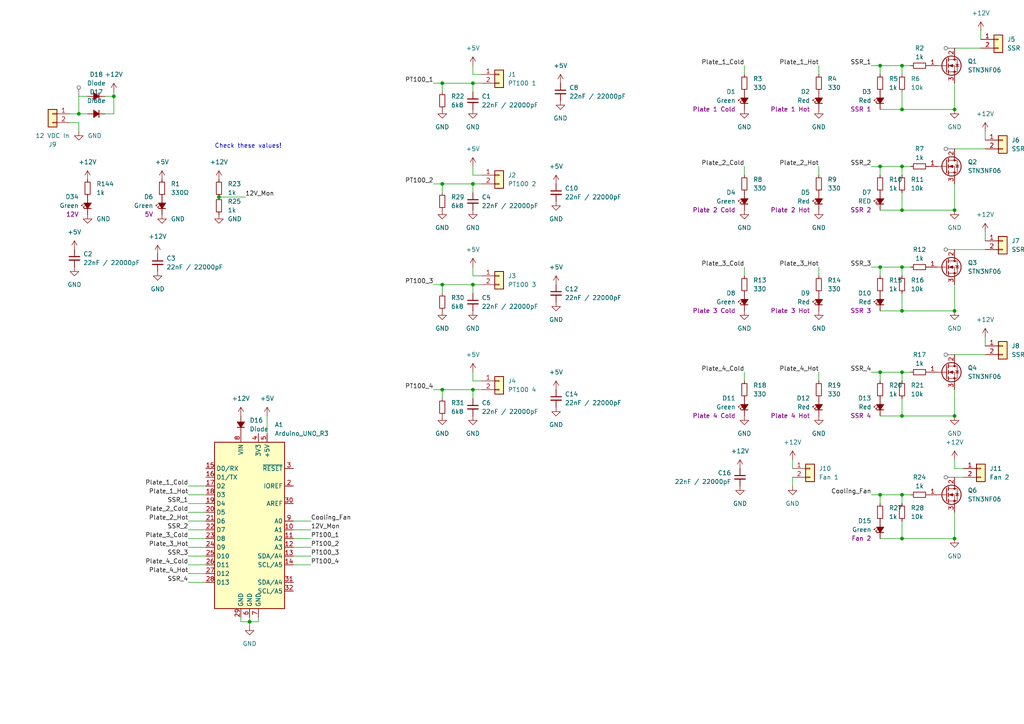
<source format=kicad_sch>
(kicad_sch (version 20230121) (generator eeschema)
  (paper "A4")
  (title_block (title "${Project Title}") (date "2022-11-17") (rev "${Revision}") (company "${Company Name}") (comment 1 "${Designed By}"))
  (junction (at 33.02 27.94))
  (junction (at 261.62 107.95))
  (junction (at 63.5 57.15))
  (junction (at 255.27 143.51))
  (junction (at 276.86 60.96))
  (junction (at 276.86 90.17))
  (junction (at 276.86 31.75))
  (junction (at 261.62 90.17))
  (junction (at 137.16 82.55))
  (junction (at 276.86 156.21))
  (junction (at 261.62 77.47))
  (junction (at 255.27 48.26))
  (junction (at 255.27 19.05))
  (junction (at 128.27 113.03))
  (junction (at 72.39 180.34))
  (junction (at 261.62 120.65))
  (junction (at 255.27 107.95))
  (junction (at 276.86 120.65))
  (junction (at 261.62 19.05))
  (junction (at 137.16 24.13))
  (junction (at 128.27 82.55))
  (junction (at 261.62 48.26))
  (junction (at 261.62 60.96))
  (junction (at 22.86 33.02))
  (junction (at 137.16 113.03))
  (junction (at 255.27 77.47))
  (junction (at 137.16 53.34))
  (junction (at 261.62 143.51))
  (junction (at 261.62 156.21))
  (junction (at 261.62 31.75))
  (junction (at 128.27 53.34))
  (junction (at 128.27 24.13))
  (wire (pts (xy 125.73 82.55) (xy 128.27 82.55)))
  (wire (pts (xy 54.61 166.37) (xy 59.69 166.37)))
  (wire (pts (xy 72.39 179.07) (xy 72.39 180.34)))
  (wire (pts (xy 261.62 90.17) (xy 255.27 90.17)))
  (wire (pts (xy 284.48 8.89) (xy 284.48 11.43)))
  (wire (pts (xy 69.85 179.07) (xy 69.85 180.34)))
  (wire (pts (xy 255.27 143.51) (xy 261.62 143.51)))
  (wire (pts (xy 255.27 19.05) (xy 261.62 19.05)))
  (wire (pts (xy 54.61 140.97) (xy 59.69 140.97)))
  (wire (pts (xy 128.27 85.09) (xy 128.27 82.55)))
  (wire (pts (xy 33.02 33.02) (xy 30.48 33.02)))
  (wire (pts (xy 85.09 163.83) (xy 90.17 163.83)))
  (wire (pts (xy 54.61 156.21) (xy 59.69 156.21)))
  (wire (pts (xy 139.7 113.03) (xy 137.16 113.03)))
  (wire (pts (xy 237.49 48.26) (xy 237.49 50.8)))
  (wire (pts (xy 137.16 82.55) (xy 137.16 85.09)))
  (wire (pts (xy 261.62 60.96) (xy 255.27 60.96)))
  (wire (pts (xy 261.62 143.51) (xy 261.62 146.05)))
  (wire (pts (xy 252.73 19.05) (xy 255.27 19.05)))
  (wire (pts (xy 276.86 148.59) (xy 276.86 156.21)))
  (wire (pts (xy 128.27 24.13) (xy 137.16 24.13)))
  (wire (pts (xy 137.16 110.49) (xy 139.7 110.49)))
  (wire (pts (xy 128.27 115.57) (xy 128.27 113.03)))
  (wire (pts (xy 261.62 48.26) (xy 261.62 50.8)))
  (wire (pts (xy 33.02 27.94) (xy 33.02 33.02)))
  (wire (pts (xy 285.75 97.79) (xy 285.75 100.33)))
  (wire (pts (xy 276.86 82.55) (xy 276.86 90.17)))
  (wire (pts (xy 255.27 48.26) (xy 261.62 48.26)))
  (wire (pts (xy 128.27 53.34) (xy 137.16 53.34)))
  (wire (pts (xy 215.9 48.26) (xy 215.9 50.8)))
  (wire (pts (xy 54.61 163.83) (xy 59.69 163.83)))
  (wire (pts (xy 261.62 77.47) (xy 264.16 77.47)))
  (wire (pts (xy 63.5 57.15) (xy 71.12 57.15)))
  (wire (pts (xy 54.61 158.75) (xy 59.69 158.75)))
  (wire (pts (xy 237.49 19.05) (xy 237.49 21.59)))
  (wire (pts (xy 261.62 107.95) (xy 264.16 107.95)))
  (wire (pts (xy 54.61 151.13) (xy 59.69 151.13)))
  (wire (pts (xy 85.09 151.13) (xy 90.17 151.13)))
  (wire (pts (xy 72.39 180.34) (xy 72.39 181.61)))
  (wire (pts (xy 261.62 107.95) (xy 261.62 110.49)))
  (wire (pts (xy 90.17 153.67) (xy 85.09 153.67)))
  (wire (pts (xy 261.62 19.05) (xy 264.16 19.05)))
  (wire (pts (xy 54.61 153.67) (xy 59.69 153.67)))
  (wire (pts (xy 276.86 102.87) (xy 285.75 102.87)))
  (wire (pts (xy 261.62 85.09) (xy 261.62 90.17)))
  (wire (pts (xy 54.61 146.05) (xy 59.69 146.05)))
  (wire (pts (xy 137.16 107.95) (xy 137.16 110.49)))
  (wire (pts (xy 30.48 27.94) (xy 33.02 27.94)))
  (wire (pts (xy 137.16 53.34) (xy 137.16 55.88)))
  (wire (pts (xy 279.4 135.89) (xy 276.86 135.89)))
  (wire (pts (xy 276.86 60.96) (xy 261.62 60.96)))
  (wire (pts (xy 128.27 82.55) (xy 137.16 82.55)))
  (wire (pts (xy 215.9 77.47) (xy 215.9 80.01)))
  (wire (pts (xy 261.62 156.21) (xy 255.27 156.21)))
  (wire (pts (xy 77.47 120.65) (xy 77.47 125.73)))
  (wire (pts (xy 252.73 143.51) (xy 255.27 143.51)))
  (wire (pts (xy 255.27 48.26) (xy 255.27 50.8)))
  (wire (pts (xy 276.86 156.21) (xy 261.62 156.21)))
  (wire (pts (xy 261.62 151.13) (xy 261.62 156.21)))
  (wire (pts (xy 261.62 120.65) (xy 255.27 120.65)))
  (wire (pts (xy 261.62 77.47) (xy 261.62 80.01)))
  (wire (pts (xy 215.9 19.05) (xy 215.9 21.59)))
  (wire (pts (xy 276.86 113.03) (xy 276.86 120.65)))
  (wire (pts (xy 137.16 48.26) (xy 137.16 50.8)))
  (wire (pts (xy 125.73 53.34) (xy 128.27 53.34)))
  (wire (pts (xy 125.73 24.13) (xy 128.27 24.13)))
  (wire (pts (xy 128.27 26.67) (xy 128.27 24.13)))
  (wire (pts (xy 128.27 55.88) (xy 128.27 53.34)))
  (wire (pts (xy 74.93 180.34) (xy 72.39 180.34)))
  (wire (pts (xy 252.73 48.26) (xy 255.27 48.26)))
  (wire (pts (xy 22.86 35.56) (xy 22.86 38.1)))
  (wire (pts (xy 276.86 120.65) (xy 261.62 120.65)))
  (wire (pts (xy 137.16 19.05) (xy 137.16 21.59)))
  (wire (pts (xy 54.61 148.59) (xy 59.69 148.59)))
  (wire (pts (xy 261.62 143.51) (xy 264.16 143.51)))
  (wire (pts (xy 255.27 107.95) (xy 261.62 107.95)))
  (wire (pts (xy 22.86 27.94) (xy 22.86 33.02)))
  (wire (pts (xy 261.62 26.67) (xy 261.62 31.75)))
  (wire (pts (xy 137.16 80.01) (xy 139.7 80.01)))
  (wire (pts (xy 54.61 161.29) (xy 59.69 161.29)))
  (wire (pts (xy 285.75 67.31) (xy 285.75 69.85)))
  (wire (pts (xy 261.62 19.05) (xy 261.62 21.59)))
  (wire (pts (xy 276.86 43.18) (xy 285.75 43.18)))
  (wire (pts (xy 215.9 107.95) (xy 215.9 110.49)))
  (wire (pts (xy 69.85 180.34) (xy 72.39 180.34)))
  (wire (pts (xy 137.16 24.13) (xy 137.16 26.67)))
  (wire (pts (xy 54.61 143.51) (xy 59.69 143.51)))
  (wire (pts (xy 255.27 19.05) (xy 255.27 21.59)))
  (wire (pts (xy 139.7 53.34) (xy 137.16 53.34)))
  (wire (pts (xy 276.86 13.97) (xy 284.48 13.97)))
  (wire (pts (xy 276.86 90.17) (xy 261.62 90.17)))
  (wire (pts (xy 22.86 33.02) (xy 25.4 33.02)))
  (wire (pts (xy 20.32 33.02) (xy 22.86 33.02)))
  (wire (pts (xy 74.93 179.07) (xy 74.93 180.34)))
  (wire (pts (xy 54.61 168.91) (xy 59.69 168.91)))
  (wire (pts (xy 20.32 35.56) (xy 22.86 35.56)))
  (wire (pts (xy 261.62 55.88) (xy 261.62 60.96)))
  (wire (pts (xy 261.62 115.57) (xy 261.62 120.65)))
  (wire (pts (xy 276.86 24.13) (xy 276.86 31.75)))
  (wire (pts (xy 33.02 26.67) (xy 33.02 27.94)))
  (wire (pts (xy 137.16 50.8) (xy 139.7 50.8)))
  (wire (pts (xy 276.86 72.39) (xy 285.75 72.39)))
  (wire (pts (xy 285.75 38.1) (xy 285.75 40.64)))
  (wire (pts (xy 252.73 107.95) (xy 255.27 107.95)))
  (wire (pts (xy 237.49 77.47) (xy 237.49 80.01)))
  (wire (pts (xy 276.86 53.34) (xy 276.86 60.96)))
  (wire (pts (xy 125.73 113.03) (xy 128.27 113.03)))
  (wire (pts (xy 85.09 161.29) (xy 90.17 161.29)))
  (wire (pts (xy 85.09 158.75) (xy 90.17 158.75)))
  (wire (pts (xy 279.4 138.43) (xy 276.86 138.43)))
  (wire (pts (xy 237.49 107.95) (xy 237.49 110.49)))
  (wire (pts (xy 22.86 27.94) (xy 25.4 27.94)))
  (wire (pts (xy 255.27 77.47) (xy 255.27 80.01)))
  (wire (pts (xy 252.73 77.47) (xy 255.27 77.47)))
  (wire (pts (xy 137.16 113.03) (xy 137.16 115.57)))
  (wire (pts (xy 128.27 113.03) (xy 137.16 113.03)))
  (wire (pts (xy 85.09 156.21) (xy 90.17 156.21)))
  (wire (pts (xy 261.62 48.26) (xy 264.16 48.26)))
  (wire (pts (xy 229.87 133.35) (xy 229.87 135.89)))
  (wire (pts (xy 137.16 77.47) (xy 137.16 80.01)))
  (wire (pts (xy 137.16 21.59) (xy 139.7 21.59)))
  (wire (pts (xy 276.86 135.89) (xy 276.86 133.35)))
  (wire (pts (xy 255.27 77.47) (xy 261.62 77.47)))
  (wire (pts (xy 276.86 31.75) (xy 261.62 31.75)))
  (wire (pts (xy 255.27 143.51) (xy 255.27 146.05)))
  (wire (pts (xy 229.87 138.43) (xy 229.87 140.97)))
  (wire (pts (xy 255.27 107.95) (xy 255.27 110.49)))
  (wire (pts (xy 261.62 31.75) (xy 255.27 31.75)))
  (wire (pts (xy 139.7 82.55) (xy 137.16 82.55)))
  (wire (pts (xy 139.7 24.13) (xy 137.16 24.13)))
  (text "Check these values!\n" (at 62.23 43.18 0) (effects (font (size 1.27 1.27)) (justify left bottom)))
  (label "PT100_2" (at 125.73 53.34 180))
  (label "PT100_1" (at 125.73 24.13 180))
  (label "PT100_3" (at 125.73 82.55 180))
  (label "Plate_3_Hot" (at 54.61 158.75 180))
  (label "12V_Mon" (at 90.17 153.67 0))
  (label "SSR_4" (at 252.73 107.95 180))
  (label "Cooling_Fan" (at 252.73 143.51 180))
  (label "Plate_1_Hot" (at 237.49 19.05 180))
  (label "Plate_1_Cold" (at 215.9 19.05 180))
  (label "SSR_2" (at 54.61 153.67 180))
  (label "Plate_3_Hot" (at 237.49 77.47 180))
  (label "Plate_4_Hot" (at 54.61 166.37 180))
  (label "Plate_3_Cold" (at 215.9 77.47 180))
  (label "PT100_3" (at 90.17 161.29 0))
  (label "Plate_1_Cold" (at 54.61 140.97 180))
  (label "Plate_4_Cold" (at 215.9 107.95 180))
  (label "SSR_3" (at 252.73 77.47 180))
  (label "SSR_1" (at 54.61 146.05 180))
  (label "Plate_4_Hot" (at 237.49 107.95 180))
  (label "PT100_1" (at 90.17 156.21 0))
  (label "Plate_2_Hot" (at 237.49 48.26 180))
  (label "PT100_2" (at 90.17 158.75 0))
  (label "12V_Mon" (at 71.12 57.15 0))
  (label "Plate_2_Cold" (at 54.61 148.59 180))
  (label "Plate_4_Cold" (at 54.61 163.83 180))
  (label "SSR_2" (at 252.73 48.26 180))
  (label "Cooling_Fan" (at 90.17 151.13 0))
  (label "SSR_3" (at 54.61 161.29 180))
  (label "Plate_3_Cold" (at 54.61 156.21 180))
  (label "PT100_4" (at 125.73 113.03 180))
  (label "Plate_2_Hot" (at 54.61 151.13 180))
  (label "Plate_1_Hot" (at 54.61 143.51 180))
  (label "SSR_1" (at 252.73 19.05 180))
  (label "Plate_2_Cold" (at 215.9 48.26 180))
  (label "SSR_4" (at 54.61 168.91 180))
  (label "PT100_4" (at 90.17 163.83 0))
  (netclass_flag "" (length 2.54) (shape round) (at 276.86 43.18 90) (property "Netclass" "Power Rails" (effects hide)))
  (netclass_flag "" (length 2.54) (shape round) (at 276.86 102.87 90) (property "Netclass" "Power Rails" (effects hide)))
  (netclass_flag "" (length 2.54) (shape round) (at 276.86 72.39 90) (property "Netclass" "Power Rails" (effects hide)))
  (netclass_flag "" (length 2.54) (shape round) (at 276.86 13.97 90) (property "Netclass" "Power Rails" (effects hide)))
  (netclass_flag "" (length 2.54) (shape round) (at 276.86 138.43 90) (property "Netclass" "Power Rails" (effects hide)))
  (netclass_flag "" (length 2.54) (shape round) (at 22.86 27.94 0) (property "Netclass" "Power Rails" (effects hide)))
  (symbol (lib_id "Passive Components:Resistor") (at 266.7 77.47 90) (unit 1)
    (property "Reference" "R12" (at 266.7 72.39 90))
    (property "Value" "1k" (at 266.7 74.93 90))
    (property "Footprint" "Resistor_SMD:R_0805_2012Metric_Pad1.20x1.40mm_HandSolder" (effects hide))
  )
  (symbol (lib_id "Passive Components:Capacitor") (at 161.29 55.88 0) (unit 1)
    (property "Reference" "C10" (at 163.83 54.6163 0) (effects (justify left)))
    (property "Value" "22nF / 22000pF" (at 163.83 57.1563 0) (effects (justify left)))
    (property "Footprint" "Capacitor_SMD:C_0805_2012Metric_Pad1.18x1.45mm_HandSolder" (effects hide))
    (property "Farnell Partnumber" "2812402" (effects hide))
    (property "Farnell Stock and Price" "https://uk.farnell.com/wurth-elektronik/885012207041/cap-0-022-f-16v-10-x7r-0805/dp/2812402" (effects hide))
    (property "Manufacturer" "Wurth" (effects hide))
    (property "Manufacturer Part Number" "885012207041" (effects hide))
  )
  (symbol (lib_id "power:GND") (at 162.56 29.21 0) (unit 1)
    (property "Reference" "#PWR056" (effects hide))
    (property "Value" "GND" (at 162.56 34.29 0))
  )
  (symbol (lib_id "Passive Components:Resistor") (at 128.27 118.11 0) (unit 1)
    (property "Reference" "R31" (at 130.81 116.84 0) (effects (justify left)))
    (property "Value" "6k8" (at 130.81 119.38 0) (effects (justify left)))
    (property "Footprint" "Resistor_SMD:R_0805_2012Metric_Pad1.20x1.40mm_HandSolder" (effects hide))
  )
  (symbol (lib_id "power:+5V") (at 46.99 52.07 0) (unit 1)
    (property "Reference" "#PWR016" (effects hide))
    (property "Value" "+5V" (at 46.99 46.99 0))
  )
  (symbol (lib_id "Connector_Generic:Conn_01x02") (at 290.83 40.64 0) (unit 1)
    (property "Reference" "J6" (at 293.37 40.64 0) (effects (justify left)))
    (property "Value" "SSR 2" (at 293.37 43.18 0) (effects (justify left)))
    (property "Footprint" "TerminalBlock_TE-Connectivity:TerminalBlock_TE_282834-2_1x02_P2.54mm_Horizontal" (effects hide))
  )
  (symbol (lib_id "power:GND") (at 128.27 90.17 0) (unit 1)
    (property "Reference" "#PWR031" (effects hide))
    (property "Value" "GND" (at 128.27 95.25 0))
  )
  (symbol (lib_id "Passive Components:Resistor") (at 255.27 24.13 0) (unit 1)
    (property "Reference" "R5" (at 257.81 22.86 0) (effects (justify left)))
    (property "Value" "1k" (at 257.81 25.4 0) (effects (justify left)))
    (property "Footprint" "Resistor_SMD:R_0805_2012Metric_Pad1.20x1.40mm_HandSolder" (effects hide))
  )
  (symbol (lib_id "Connector_Generic:Conn_01x02") (at 144.78 80.01 0) (unit 1)
    (property "Reference" "J3" (at 147.32 80.01 0) (effects (justify left)))
    (property "Value" "PT100 3" (at 147.32 82.55 0) (effects (justify left)))
    (property "Footprint" "TerminalBlock_TE-Connectivity:TerminalBlock_TE_282834-2_1x02_P2.54mm_Horizontal" (effects hide))
  )
  (symbol (lib_id "Passive Components:Resistor") (at 261.62 53.34 0) (unit 1)
    (property "Reference" "R11" (at 264.16 52.07 0) (effects (justify left)))
    (property "Value" "10k" (at 264.16 54.61 0) (effects (justify left)))
    (property "Footprint" "Resistor_SMD:R_0805_2012Metric_Pad1.20x1.40mm_HandSolder" (effects hide))
  )
  (symbol (lib_id "power:+5V") (at 77.47 120.65 0) (unit 1)
    (property "Reference" "#PWR010" (effects hide))
    (property "Value" "+5V" (at 77.47 115.57 0))
  )
  (symbol (lib_id "power:GND") (at 308.61 83.82 0) (unit 1)
    (property "Reference" "#PWR048" (effects hide))
    (property "Value" "GND" (at 308.61 88.9 0))
  )
  (symbol (lib_id "Passive Components:Resistor") (at 46.99 54.61 0) (unit 1)
    (property "Reference" "R1" (at 49.53 53.34 0) (effects (justify left)))
    (property "Value" "330Ω" (at 49.53 55.88 0) (effects (justify left)))
    (property "Footprint" "Resistor_SMD:R_0805_2012Metric_Pad1.20x1.40mm_HandSolder" (effects hide))
  )
  (symbol (lib_id "Device:LED_Small_Filled") (at 255.27 29.21 90) (unit 1)
    (property "Reference" "D3" (at 252.73 26.6065 90) (effects (justify left)))
    (property "Value" "Red" (at 252.73 29.1465 90) (effects (justify left)))
    (property "Footprint" "LED_SMD:LED_0805_2012Metric_Pad1.15x1.40mm_HandSolder" (effects hide))
    (property "Farnell Partnumber" "3796325" (effects hide))
    (property "Label" "SSR 1" (at 252.73 31.6865 90) (effects (justify left)))
  )
  (symbol (lib_id "Device:LED_Small_Filled") (at 25.4 59.69 90) (unit 1)
    (property "Reference" "D34" (at 22.86 57.0865 90) (effects (justify left)))
    (property "Value" "Green" (at 22.86 59.6265 90) (effects (justify left)))
    (property "Footprint" "LED_SMD:LED_0805_2012Metric_Pad1.15x1.40mm_HandSolder" (effects hide))
    (property "Farnell Partnumber" "3796308" (effects hide))
    (property "Label" "12V" (at 22.86 62.1665 90) (effects (justify left)))
  )
  (symbol (lib_id "Device:LED_Small_Filled") (at 46.99 59.69 90) (unit 1)
    (property "Reference" "D6" (at 44.45 57.0865 90) (effects (justify left)))
    (property "Value" "Green" (at 44.45 59.6265 90) (effects (justify left)))
    (property "Footprint" "LED_SMD:LED_0805_2012Metric_Pad1.15x1.40mm_HandSolder" (effects hide))
    (property "Farnell Partnumber" "3796308" (effects hide))
    (property "Label" "5V" (at 44.45 62.1665 90) (effects (justify left)))
  )
  (symbol (lib_id "Passive Components:Resistor") (at 255.27 82.55 0) (unit 1)
    (property "Reference" "R15" (at 257.81 81.28 0) (effects (justify left)))
    (property "Value" "1k" (at 257.81 83.82 0) (effects (justify left)))
    (property "Footprint" "Resistor_SMD:R_0805_2012Metric_Pad1.20x1.40mm_HandSolder" (effects hide))
  )
  (symbol (lib_id "Transistor_FET:NDT3055L") (at 274.32 77.47 0) (unit 1)
    (property "Reference" "Q3" (at 280.67 76.2 0) (effects (justify left)))
    (property "Value" "STN3NF06" (at 280.67 78.74 0) (effects (justify left)))
    (property "Footprint" "Package_TO_SOT_SMD:SOT-223-3_TabPin2" (effects hide))
    (property "Datasheet" "https://www.onsemi.com/pdf/datasheet/ndt3055l-d.pdf" (effects hide))
    (property "Farnell Partnumber" "1752120" (effects hide))
  )
  (symbol (lib_id "Power Rails:+12V") (at 229.87 133.35 0) (unit 1)
    (property "Reference" "#PWR036" (effects hide))
    (property "Value" "+12V" (at 229.87 128.27 0))
  )
  (symbol (lib_id "power:GND") (at 161.29 87.63 0) (unit 1)
    (property "Reference" "#PWR060" (effects hide))
    (property "Value" "GND" (at 161.29 92.71 0))
  )
  (symbol (lib_id "Passive Components:Capacitor") (at 308.61 24.13 0) (unit 1)
    (property "Reference" "C7" (at 311.15 22.8663 0) (effects (justify left)))
    (property "Value" "22nF / 22000pF" (at 311.15 25.4063 0) (effects (justify left)))
    (property "Footprint" "Capacitor_SMD:C_0805_2012Metric_Pad1.18x1.45mm_HandSolder" (effects hide))
    (property "Farnell Partnumber" "2812402" (effects hide))
    (property "Farnell Stock and Price" "https://uk.farnell.com/wurth-elektronik/885012207041/cap-0-022-f-16v-10-x7r-0805/dp/2812402" (effects hide))
    (property "Manufacturer" "Wurth" (effects hide))
    (property "Manufacturer Part Number" "885012207041" (effects hide))
  )
  (symbol (lib_id "Connector_Generic:Conn_01x02") (at 290.83 69.85 0) (unit 1)
    (property "Reference" "J7" (at 293.37 69.85 0) (effects (justify left)))
    (property "Value" "SSR 3" (at 293.37 72.39 0) (effects (justify left)))
    (property "Footprint" "TerminalBlock_TE-Connectivity:TerminalBlock_TE_282834-2_1x02_P2.54mm_Horizontal" (effects hide))
  )
  (symbol (lib_id "Passive Components:Capacitor") (at 137.16 87.63 0) (unit 1)
    (property "Reference" "C5" (at 139.7 86.3663 0) (effects (justify left)))
    (property "Value" "22nF / 22000pF" (at 139.7 88.9063 0) (effects (justify left)))
    (property "Footprint" "Capacitor_SMD:C_0805_2012Metric_Pad1.18x1.45mm_HandSolder" (effects hide))
    (property "Farnell Partnumber" "2812402" (effects hide))
    (property "Farnell Stock and Price" "https://uk.farnell.com/wurth-elektronik/885012207041/cap-0-022-f-16v-10-x7r-0805/dp/2812402" (effects hide))
    (property "Manufacturer" "Wurth" (effects hide))
    (property "Manufacturer Part Number" "885012207041" (effects hide))
  )
  (symbol (lib_id "Transistor_FET:NDT3055L") (at 274.32 143.51 0) (unit 1)
    (property "Reference" "Q6" (at 280.67 142.24 0) (effects (justify left)))
    (property "Value" "STN3NF06" (at 280.67 144.78 0) (effects (justify left)))
    (property "Footprint" "Package_TO_SOT_SMD:SOT-223-3_TabPin2" (effects hide))
    (property "Datasheet" "https://www.onsemi.com/pdf/datasheet/ndt3055l-d.pdf" (effects hide))
    (property "Farnell Partnumber" "1752120" (effects hide))
  )
  (symbol (lib_id "power:GND") (at 63.5 62.23 0) (unit 1)
    (property "Reference" "#PWR065" (effects hide))
    (property "Value" "GND" (at 66.04 63.5 0) (effects (justify left)))
  )
  (symbol (lib_id "Passive Components:Resistor") (at 63.5 54.61 0) (unit 1)
    (property "Reference" "R23" (at 66.04 53.34 0) (effects (justify left)))
    (property "Value" "1k" (at 66.04 55.88 0) (effects (justify left)))
    (property "Footprint" "Resistor_SMD:R_0805_2012Metric_Pad1.20x1.40mm_HandSolder" (effects hide))
  )
  (symbol (lib_id "Device:LED_Small_Filled") (at 237.49 58.42 90) (unit 1)
    (property "Reference" "D5" (at 234.95 55.8165 90) (effects (justify left)))
    (property "Value" "Red" (at 234.95 58.3565 90) (effects (justify left)))
    (property "Footprint" "LED_SMD:LED_0805_2012Metric_Pad1.15x1.40mm_HandSolder" (effects hide))
    (property "Farnell Partnumber" "3796308" (effects hide))
    (property "Label" "Plate 2 Hot" (at 234.95 60.8965 90) (effects (justify left)))
  )
  (symbol (lib_id "Connector_Generic:Conn_01x02") (at 289.56 11.43 0) (unit 1)
    (property "Reference" "J5" (at 292.1 11.43 0) (effects (justify left)))
    (property "Value" "SSR 1" (at 292.1 13.97 0) (effects (justify left)))
    (property "Footprint" "TerminalBlock_TE-Connectivity:TerminalBlock_TE_282834-2_1x02_P2.54mm_Horizontal" (effects hide))
  )
  (symbol (lib_id "power:GND") (at 45.72 78.74 0) (unit 1)
    (property "Reference" "#PWR017" (effects hide))
    (property "Value" "GND" (at 45.72 83.82 0))
  )
  (symbol (lib_id "Power Rails:+12V") (at 284.48 8.89 0) (unit 1)
    (property "Reference" "#PWR042" (effects hide))
    (property "Value" "+12V" (at 284.48 3.81 0))
  )
  (symbol (lib_id "Passive Components:Resistor") (at 266.7 143.51 90) (unit 1)
    (property "Reference" "R24" (at 266.7 138.43 90))
    (property "Value" "1k" (at 266.7 140.97 90))
    (property "Footprint" "Resistor_SMD:R_0805_2012Metric_Pad1.20x1.40mm_HandSolder" (effects hide))
  )
  (symbol (lib_id "Passive Components:Resistor") (at 215.9 24.13 0) (unit 1)
    (property "Reference" "R3" (at 218.44 22.86 0) (effects (justify left)))
    (property "Value" "330" (at 218.44 25.4 0) (effects (justify left)))
    (property "Footprint" "Resistor_SMD:R_0805_2012Metric_Pad1.20x1.40mm_HandSolder" (effects hide))
  )
  (symbol (lib_id "power:GND") (at 137.16 60.96 0) (unit 1)
    (property "Reference" "#PWR027" (effects hide))
    (property "Value" "GND" (at 137.16 66.04 0))
  )
  (symbol (lib_id "Passive Components:Resistor") (at 237.49 82.55 0) (unit 1)
    (property "Reference" "R14" (at 240.03 81.28 0) (effects (justify left)))
    (property "Value" "330" (at 240.03 83.82 0) (effects (justify left)))
    (property "Footprint" "Resistor_SMD:R_0805_2012Metric_Pad1.20x1.40mm_HandSolder" (effects hide))
  )
  (symbol (lib_id "Passive Components:Resistor") (at 255.27 53.34 0) (unit 1)
    (property "Reference" "R10" (at 257.81 52.07 0) (effects (justify left)))
    (property "Value" "1k" (at 257.81 54.61 0) (effects (justify left)))
    (property "Footprint" "Resistor_SMD:R_0805_2012Metric_Pad1.20x1.40mm_HandSolder" (effects hide))
  )
  (symbol (lib_id "power:GND") (at 25.4 62.23 0) (unit 1)
    (property "Reference" "#PWR0203" (effects hide))
    (property "Value" "GND" (at 27.94 63.5 0) (effects (justify left)))
  )
  (symbol (lib_id "Device:LED_Small_Filled") (at 237.49 118.11 90) (unit 1)
    (property "Reference" "D12" (at 234.95 115.5065 90) (effects (justify left)))
    (property "Value" "Red" (at 234.95 118.0465 90) (effects (justify left)))
    (property "Footprint" "LED_SMD:LED_0805_2012Metric_Pad1.15x1.40mm_HandSolder" (effects hide))
    (property "Farnell Partnumber" "3796308" (effects hide))
    (property "Label" "Plate 4 Hot" (at 234.95 120.5865 90) (effects (justify left)))
  )
  (symbol (lib_id "power:+5V") (at 161.29 53.34 0) (unit 1)
    (property "Reference" "#PWR057" (effects hide))
    (property "Value" "+5V" (at 161.29 48.26 0))
  )
  (symbol (lib_id "Passive Components:Resistor") (at 266.7 19.05 90) (unit 1)
    (property "Reference" "R2" (at 266.7 13.97 90))
    (property "Value" "1k" (at 266.7 16.51 90))
    (property "Footprint" "Resistor_SMD:R_0805_2012Metric_Pad1.20x1.40mm_HandSolder" (effects hide))
  )
  (symbol (lib_id "Connector_Generic:Conn_01x02") (at 234.95 135.89 0) (unit 1)
    (property "Reference" "J10" (at 237.49 135.89 0) (effects (justify left)))
    (property "Value" "Fan 1" (at 237.49 138.43 0) (effects (justify left)))
    (property "Footprint" "TerminalBlock_TE-Connectivity:TerminalBlock_TE_282834-2_1x02_P2.54mm_Horizontal" (effects hide))
  )
  (symbol (lib_id "Power Rails:+12V") (at 214.63 135.89 0) (unit 1)
    (property "Reference" "#PWR053" (effects hide))
    (property "Value" "+12V" (at 214.63 130.81 0))
  )
  (symbol (lib_id "Transistor_FET:NDT3055L") (at 274.32 107.95 0) (unit 1)
    (property "Reference" "Q4" (at 280.67 106.68 0) (effects (justify left)))
    (property "Value" "STN3NF06" (at 280.67 109.22 0) (effects (justify left)))
    (property "Footprint" "Package_TO_SOT_SMD:SOT-223-3_TabPin2" (effects hide))
    (property "Datasheet" "https://www.onsemi.com/pdf/datasheet/ndt3055l-d.pdf" (effects hide))
    (property "Farnell Partnumber" "1752120" (effects hide))
  )
  (symbol (lib_id "power:GND") (at 276.86 120.65 0) (unit 1)
    (property "Reference" "#PWR026" (effects hide))
    (property "Value" "GND" (at 276.86 125.73 0))
  )
  (symbol (lib_id "Passive Components:Resistor") (at 261.62 24.13 0) (unit 1)
    (property "Reference" "R6" (at 264.16 22.86 0) (effects (justify left)))
    (property "Value" "10k" (at 264.16 25.4 0) (effects (justify left)))
    (property "Footprint" "Resistor_SMD:R_0805_2012Metric_Pad1.20x1.40mm_HandSolder" (effects hide))
  )
  (symbol (lib_id "power:+5V") (at 162.56 24.13 0) (unit 1)
    (property "Reference" "#PWR055" (effects hide))
    (property "Value" "+5V" (at 162.56 19.05 0))
  )
  (symbol (lib_id "power:GND") (at 128.27 31.75 0) (unit 1)
    (property "Reference" "#PWR011" (effects hide))
    (property "Value" "GND" (at 128.27 36.83 0))
  )
  (symbol (lib_id "Device:LED_Small_Filled") (at 215.9 118.11 90) (unit 1)
    (property "Reference" "D11" (at 213.36 115.5065 90) (effects (justify left)))
    (property "Value" "Green" (at 213.36 118.0465 90) (effects (justify left)))
    (property "Footprint" "LED_SMD:LED_0805_2012Metric_Pad1.15x1.40mm_HandSolder" (effects hide))
    (property "Farnell Partnumber" "3796308" (effects hide))
    (property "Label" "Plate 4 Cold" (at 213.36 120.5865 90) (effects (justify left)))
  )
  (symbol (lib_id "power:GND") (at 22.86 38.1 0) (unit 1)
    (property "Reference" "#PWR063" (effects hide))
    (property "Value" "GND" (at 25.4 39.37 0) (effects (justify left)))
  )
  (symbol (lib_id "Device:LED_Small_Filled") (at 255.27 87.63 90) (unit 1)
    (property "Reference" "D10" (at 252.73 85.0265 90) (effects (justify left)))
    (property "Value" "Red" (at 252.73 87.5665 90) (effects (justify left)))
    (property "Footprint" "LED_SMD:LED_0805_2012Metric_Pad1.15x1.40mm_HandSolder" (effects hide))
    (property "Farnell Partnumber" "3796325" (effects hide))
    (property "Label" "SSR 3" (at 252.73 90.1065 90) (effects (justify left)))
  )
  (symbol (lib_id "power:GND") (at 276.86 31.75 0) (unit 1)
    (property "Reference" "#PWR023" (effects hide))
    (property "Value" "GND" (at 276.86 36.83 0))
  )
  (symbol (lib_id "power:GND") (at 215.9 120.65 0) (unit 1)
    (property "Reference" "#PWR04" (effects hide))
    (property "Value" "GND" (at 215.9 125.73 0))
  )
  (symbol (lib_id "Passive Components:Capacitor") (at 137.16 29.21 0) (unit 1)
    (property "Reference" "C1" (at 139.7 27.9463 0) (effects (justify left)))
    (property "Value" "22nF / 22000pF" (at 139.7 30.4863 0) (effects (justify left)))
    (property "Footprint" "Capacitor_SMD:C_0805_2012Metric_Pad1.18x1.45mm_HandSolder" (effects hide))
    (property "Farnell Partnumber" "2812402" (effects hide))
    (property "Farnell Stock and Price" "https://uk.farnell.com/wurth-elektronik/885012207041/cap-0-022-f-16v-10-x7r-0805/dp/2812402" (effects hide))
    (property "Manufacturer" "Wurth" (effects hide))
    (property "Manufacturer Part Number" "885012207041" (effects hide))
  )
  (symbol (lib_id "Passive Components:Resistor") (at 215.9 82.55 0) (unit 1)
    (property "Reference" "R13" (at 218.44 81.28 0) (effects (justify left)))
    (property "Value" "330" (at 218.44 83.82 0) (effects (justify left)))
    (property "Footprint" "Resistor_SMD:R_0805_2012Metric_Pad1.20x1.40mm_HandSolder" (effects hide))
  )
  (symbol (lib_id "Transistor_FET:NDT3055L") (at 274.32 19.05 0) (unit 1)
    (property "Reference" "Q1" (at 280.67 17.78 0) (effects (justify left)))
    (property "Value" "STN3NF06" (at 280.67 20.32 0) (effects (justify left)))
    (property "Footprint" "Package_TO_SOT_SMD:SOT-223-3_TabPin2" (effects hide))
    (property "Datasheet" "https://www.onsemi.com/pdf/datasheet/ndt3055l-d.pdf" (effects hide))
    (property "Farnell Partnumber" "1752120" (effects hide))
  )
  (symbol (lib_id "Power Rails:+12V") (at 285.75 97.79 0) (unit 1)
    (property "Reference" "#PWR039" (effects hide))
    (property "Value" "+12V" (at 285.75 92.71 0))
  )
  (symbol (lib_id "Passive Components:Resistor") (at 237.49 24.13 0) (unit 1)
    (property "Reference" "R4" (at 240.03 22.86 0) (effects (justify left)))
    (property "Value" "330" (at 240.03 25.4 0) (effects (justify left)))
    (property "Footprint" "Resistor_SMD:R_0805_2012Metric_Pad1.20x1.40mm_HandSolder" (effects hide))
  )
  (symbol (lib_id "Passive Components:Resistor") (at 237.49 113.03 0) (unit 1)
    (property "Reference" "R19" (at 240.03 111.76 0) (effects (justify left)))
    (property "Value" "330" (at 240.03 114.3 0) (effects (justify left)))
    (property "Footprint" "Resistor_SMD:R_0805_2012Metric_Pad1.20x1.40mm_HandSolder" (effects hide))
  )
  (symbol (lib_id "power:GND") (at 309.88 114.3 0) (unit 1)
    (property "Reference" "#PWR050" (effects hide))
    (property "Value" "GND" (at 309.88 119.38 0))
  )
  (symbol (lib_id "Device:LED_Small_Filled") (at 215.9 58.42 90) (unit 1)
    (property "Reference" "D4" (at 213.36 55.8165 90) (effects (justify left)))
    (property "Value" "Green" (at 213.36 58.3565 90) (effects (justify left)))
    (property "Footprint" "LED_SMD:LED_0805_2012Metric_Pad1.15x1.40mm_HandSolder" (effects hide))
    (property "Farnell Partnumber" "3796308" (effects hide))
    (property "Label" "Plate 2 Cold" (at 213.36 60.8965 90) (effects (justify left)))
  )
  (symbol (lib_id "power:+5V") (at 161.29 82.55 0) (unit 1)
    (property "Reference" "#PWR059" (effects hide))
    (property "Value" "+5V" (at 161.29 77.47 0))
  )
  (symbol (lib_id "Device:LED_Small_Filled") (at 215.9 87.63 90) (unit 1)
    (property "Reference" "D8" (at 213.36 85.0265 90) (effects (justify left)))
    (property "Value" "Green" (at 213.36 87.5665 90) (effects (justify left)))
    (property "Footprint" "LED_SMD:LED_0805_2012Metric_Pad1.15x1.40mm_HandSolder" (effects hide))
    (property "Farnell Partnumber" "3796308" (effects hide))
    (property "Label" "Plate 3 Cold" (at 213.36 90.1065 90) (effects (justify left)))
  )
  (symbol (lib_id "Passive Components:Capacitor") (at 21.59 74.93 0) (unit 1)
    (property "Reference" "C2" (at 24.13 73.6663 0) (effects (justify left)))
    (property "Value" "22nF / 22000pF" (at 24.13 76.2063 0) (effects (justify left)))
    (property "Footprint" "Capacitor_SMD:C_0805_2012Metric_Pad1.18x1.45mm_HandSolder" (effects hide))
    (property "Farnell Partnumber" "2812402" (effects hide))
    (property "Farnell Stock and Price" "https://uk.farnell.com/wurth-elektronik/885012207041/cap-0-022-f-16v-10-x7r-0805/dp/2812402" (effects hide))
    (property "Manufacturer" "Wurth" (effects hide))
    (property "Manufacturer Part Number" "885012207041" (effects hide))
  )
  (symbol (lib_id "Device:LED_Small_Filled") (at 237.49 87.63 90) (unit 1)
    (property "Reference" "D9" (at 234.95 85.0265 90) (effects (justify left)))
    (property "Value" "Red" (at 234.95 87.5665 90) (effects (justify left)))
    (property "Footprint" "LED_SMD:LED_0805_2012Metric_Pad1.15x1.40mm_HandSolder" (effects hide))
    (property "Farnell Partnumber" "3796308" (effects hide))
    (property "Label" "Plate 3 Hot" (at 234.95 90.1065 90) (effects (justify left)))
  )
  (symbol (lib_id "power:GND") (at 276.86 90.17 0) (unit 1)
    (property "Reference" "#PWR024" (effects hide))
    (property "Value" "GND" (at 276.86 95.25 0))
  )
  (symbol (lib_id "Power Rails:+12V") (at 308.61 48.26 0) (unit 1)
    (property "Reference" "#PWR045" (effects hide))
    (property "Value" "+12V" (at 308.61 43.18 0))
  )
  (symbol (lib_id "Passive Components:Capacitor") (at 309.88 146.05 0) (unit 1)
    (property "Reference" "C15" (at 312.42 144.7863 0) (effects (justify left)))
    (property "Value" "22nF / 22000pF" (at 312.42 147.3263 0) (effects (justify left)))
    (property "Footprint" "Capacitor_SMD:C_0805_2012Metric_Pad1.18x1.45mm_HandSolder" (effects hide))
    (property "Farnell Partnumber" "2812402" (effects hide))
    (property "Farnell Stock and Price" "https://uk.farnell.com/wurth-elektronik/885012207041/cap-0-022-f-16v-10-x7r-0805/dp/2812402" (effects hide))
    (property "Manufacturer" "Wurth" (effects hide))
    (property "Manufacturer Part Number" "885012207041" (effects hide))
  )
  (symbol (lib_id "power:+5V") (at 161.29 113.03 0) (unit 1)
    (property "Reference" "#PWR061" (effects hide))
    (property "Value" "+5V" (at 161.29 107.95 0))
  )
  (symbol (lib_id "Passive Components:Resistor") (at 266.7 48.26 90) (unit 1)
    (property "Reference" "R7" (at 266.7 43.18 90))
    (property "Value" "1k" (at 266.7 45.72 90))
    (property "Footprint" "Resistor_SMD:R_0805_2012Metric_Pad1.20x1.40mm_HandSolder" (effects hide))
  )
  (symbol (lib_id "Passive Components:Resistor") (at 255.27 113.03 0) (unit 1)
    (property "Reference" "R20" (at 257.81 111.76 0) (effects (justify left)))
    (property "Value" "1k" (at 257.81 114.3 0) (effects (justify left)))
    (property "Footprint" "Resistor_SMD:R_0805_2012Metric_Pad1.20x1.40mm_HandSolder" (effects hide))
  )
  (symbol (lib_id "Passive Components:Resistor") (at 261.62 148.59 0) (unit 1)
    (property "Reference" "R28" (at 264.16 147.32 0) (effects (justify left)))
    (property "Value" "10k" (at 264.16 149.86 0) (effects (justify left)))
    (property "Footprint" "Resistor_SMD:R_0805_2012Metric_Pad1.20x1.40mm_HandSolder" (effects hide))
  )
  (symbol (lib_id "Passive Components:Capacitor") (at 308.61 50.8 0) (unit 1)
    (property "Reference" "C9" (at 311.15 49.5363 0) (effects (justify left)))
    (property "Value" "22nF / 22000pF" (at 311.15 52.0763 0) (effects (justify left)))
    (property "Footprint" "Capacitor_SMD:C_0805_2012Metric_Pad1.18x1.45mm_HandSolder" (effects hide))
    (property "Farnell Partnumber" "2812402" (effects hide))
    (property "Farnell Stock and Price" "https://uk.farnell.com/wurth-elektronik/885012207041/cap-0-022-f-16v-10-x7r-0805/dp/2812402" (effects hide))
    (property "Manufacturer" "Wurth" (effects hide))
    (property "Manufacturer Part Number" "885012207041" (effects hide))
  )
  (symbol (lib_id "Passive Components:Resistor") (at 237.49 53.34 0) (unit 1)
    (property "Reference" "R9" (at 240.03 52.07 0) (effects (justify left)))
    (property "Value" "330" (at 240.03 54.61 0) (effects (justify left)))
    (property "Footprint" "Resistor_SMD:R_0805_2012Metric_Pad1.20x1.40mm_HandSolder" (effects hide))
  )
  (symbol (lib_id "Passive Components:Resistor") (at 266.7 107.95 90) (unit 1)
    (property "Reference" "R17" (at 266.7 102.87 90))
    (property "Value" "1k" (at 266.7 105.41 90))
    (property "Footprint" "Resistor_SMD:R_0805_2012Metric_Pad1.20x1.40mm_HandSolder" (effects hide))
  )
  (symbol (lib_id "Passive Components:Resistor") (at 261.62 113.03 0) (unit 1)
    (property "Reference" "R21" (at 264.16 111.76 0) (effects (justify left)))
    (property "Value" "10k" (at 264.16 114.3 0) (effects (justify left)))
    (property "Footprint" "Resistor_SMD:R_0805_2012Metric_Pad1.20x1.40mm_HandSolder" (effects hide))
  )
  (symbol (lib_id "Device:LED_Small_Filled") (at 255.27 58.42 90) (unit 1)
    (property "Reference" "D7" (at 252.73 55.8165 90) (effects (justify left)))
    (property "Value" "RED" (at 252.73 58.3565 90) (effects (justify left)))
    (property "Footprint" "LED_SMD:LED_0805_2012Metric_Pad1.15x1.40mm_HandSolder" (effects hide))
    (property "Farnell Partnumber" "3796325" (effects hide))
    (property "Label" "SSR 2" (at 252.73 60.8965 90) (effects (justify left)))
  )
  (symbol (lib_id "power:+5V") (at 21.59 72.39 0) (unit 1)
    (property "Reference" "#PWR018" (effects hide))
    (property "Value" "+5V" (at 21.59 67.31 0))
  )
  (symbol (lib_id "Power Rails:+12V") (at 309.88 143.51 0) (unit 1)
    (property "Reference" "#PWR051" (effects hide))
    (property "Value" "+12V" (at 309.88 138.43 0))
  )
  (symbol (lib_id "power:GND") (at 237.49 90.17 0) (unit 1)
    (property "Reference" "#PWR01" (effects hide))
    (property "Value" "GND" (at 237.49 95.25 0))
  )
  (symbol (lib_id "Power Rails:+12V") (at 308.61 78.74 0) (unit 1)
    (property "Reference" "#PWR047" (effects hide))
    (property "Value" "+12V" (at 308.61 73.66 0))
  )
  (symbol (lib_id "Passive Components:Capacitor") (at 162.56 26.67 0) (unit 1)
    (property "Reference" "C8" (at 165.1 25.4063 0) (effects (justify left)))
    (property "Value" "22nF / 22000pF" (at 165.1 27.9463 0) (effects (justify left)))
    (property "Footprint" "Capacitor_SMD:C_0805_2012Metric_Pad1.18x1.45mm_HandSolder" (effects hide))
    (property "Farnell Partnumber" "2812402" (effects hide))
    (property "Farnell Stock and Price" "https://uk.farnell.com/wurth-elektronik/885012207041/cap-0-022-f-16v-10-x7r-0805/dp/2812402" (effects hide))
    (property "Manufacturer" "Wurth" (effects hide))
    (property "Manufacturer Part Number" "885012207041" (effects hide))
  )
  (symbol (lib_id "Passive Components:Resistor") (at 261.62 82.55 0) (unit 1)
    (property "Reference" "R16" (at 264.16 81.28 0) (effects (justify left)))
    (property "Value" "10k" (at 264.16 83.82 0) (effects (justify left)))
    (property "Footprint" "Resistor_SMD:R_0805_2012Metric_Pad1.20x1.40mm_HandSolder" (effects hide))
  )
  (symbol (lib_id "Power Rails:+12V") (at 309.88 109.22 0) (unit 1)
    (property "Reference" "#PWR049" (effects hide))
    (property "Value" "+12V" (at 309.88 104.14 0))
  )
  (symbol (lib_id "Passive Components:Resistor") (at 215.9 113.03 0) (unit 1)
    (property "Reference" "R18" (at 218.44 111.76 0) (effects (justify left)))
    (property "Value" "330" (at 218.44 114.3 0) (effects (justify left)))
    (property "Footprint" "Resistor_SMD:R_0805_2012Metric_Pad1.20x1.40mm_HandSolder" (effects hide))
  )
  (symbol (lib_id "Passive Components:Diode") (at 69.85 123.19 90) (unit 1)
    (property "Reference" "D16" (at 72.39 121.92 90) (effects (justify right)))
    (property "Value" "Diode" (at 72.39 124.46 90) (effects (justify right)))
    (property "Footprint" "Diode_SMD:D_SMA" (effects hide))
    (property "Sim.Device" "D" (effects hide))
    (property "Sim.Pins" "1=K 2=A" (effects hide))
  )
  (symbol (lib_id "Passive Components:Capacitor") (at 161.29 85.09 0) (unit 1)
    (property "Reference" "C12" (at 163.83 83.8263 0) (effects (justify left)))
    (property "Value" "22nF / 22000pF" (at 163.83 86.3663 0) (effects (justify left)))
    (property "Footprint" "Capacitor_SMD:C_0805_2012Metric_Pad1.18x1.45mm_HandSolder" (effects hide))
    (property "Farnell Partnumber" "2812402" (effects hide))
    (property "Farnell Stock and Price" "https://uk.farnell.com/wurth-elektronik/885012207041/cap-0-022-f-16v-10-x7r-0805/dp/2812402" (effects hide))
    (property "Manufacturer" "Wurth" (effects hide))
    (property "Manufacturer Part Number" "885012207041" (effects hide))
  )
  (symbol (lib_id "power:+5V") (at 137.16 77.47 0) (unit 1)
    (property "Reference" "#PWR030" (effects hide))
    (property "Value" "+5V" (at 137.16 72.39 0))
  )
  (symbol (lib_id "power:GND") (at 215.9 31.75 0) (unit 1)
    (property "Reference" "#PWR05" (effects hide))
    (property "Value" "GND" (at 215.9 36.83 0))
  )
  (symbol (lib_id "Passive Components:Resistor") (at 25.4 54.61 0) (unit 1)
    (property "Reference" "R144" (at 27.94 53.34 0) (effects (justify left)))
    (property "Value" "1k" (at 27.94 55.88 0) (effects (justify left)))
    (property "Footprint" "Resistor_SMD:R_0805_2012Metric_Pad1.20x1.40mm_HandSolder" (effects hide))
  )
  (symbol (lib_id "power:GND") (at 46.99 62.23 0) (unit 1)
    (property "Reference" "#PWR014" (effects hide))
    (property "Value" "GND" (at 49.53 63.5 0) (effects (justify left)))
  )
  (symbol (lib_id "power:GND") (at 137.16 120.65 0) (unit 1)
    (property "Reference" "#PWR035" (effects hide))
    (property "Value" "GND" (at 137.16 125.73 0))
  )
  (symbol (lib_id "Passive Components:Capacitor") (at 161.29 115.57 0) (unit 1)
    (property "Reference" "C14" (at 163.83 114.3063 0) (effects (justify left)))
    (property "Value" "22nF / 22000pF" (at 163.83 116.8463 0) (effects (justify left)))
    (property "Footprint" "Capacitor_SMD:C_0805_2012Metric_Pad1.18x1.45mm_HandSolder" (effects hide))
    (property "Farnell Partnumber" "2812402" (effects hide))
    (property "Farnell Stock and Price" "https://uk.farnell.com/wurth-elektronik/885012207041/cap-0-022-f-16v-10-x7r-0805/dp/2812402" (effects hide))
    (property "Manufacturer" "Wurth" (effects hide))
    (property "Manufacturer Part Number" "885012207041" (effects hide))
  )
  (symbol (lib_id "Device:LED_Small_Filled") (at 237.49 29.21 90) (unit 1)
    (property "Reference" "D2" (at 234.95 26.6065 90) (effects (justify left)))
    (property "Value" "Red" (at 234.95 29.1465 90) (effects (justify left)))
    (property "Footprint" "LED_SMD:LED_0805_2012Metric_Pad1.15x1.40mm_HandSolder" (effects hide))
    (property "Farnell Partnumber" "3796308" (effects hide))
    (property "Label" "Plate 1 Hot" (at 234.95 31.6865 90) (effects (justify left)))
  )
  (symbol (lib_id "power:GND") (at 276.86 156.21 0) (unit 1)
    (property "Reference" "#PWR020" (effects hide))
    (property "Value" "GND" (at 276.86 161.29 0))
  )
  (symbol (lib_id "power:+5V") (at 137.16 107.95 0) (unit 1)
    (property "Reference" "#PWR033" (effects hide))
    (property "Value" "+5V" (at 137.16 102.87 0))
  )
  (symbol (lib_id "Device:LED_Small_Filled") (at 215.9 29.21 90) (unit 1)
    (property "Reference" "D1" (at 213.36 26.6065 90) (effects (justify left)))
    (property "Value" "Green" (at 213.36 29.1465 90) (effects (justify left)))
    (property "Footprint" "LED_SMD:LED_0805_2012Metric_Pad1.15x1.40mm_HandSolder" (effects hide))
    (property "Farnell Partnumber" "3796308" (effects hide))
    (property "Label" "Plate 1 Cold" (at 213.36 31.6865 90) (effects (justify left)))
  )
  (symbol (lib_id "Passive Components:Capacitor") (at 137.16 118.11 0) (unit 1)
    (property "Reference" "C6" (at 139.7 116.8463 0) (effects (justify left)))
    (property "Value" "22nF / 22000pF" (at 139.7 119.3863 0) (effects (justify left)))
    (property "Footprint" "Capacitor_SMD:C_0805_2012Metric_Pad1.18x1.45mm_HandSolder" (effects hide))
    (property "Farnell Partnumber" "2812402" (effects hide))
    (property "Farnell Stock and Price" "https://uk.farnell.com/wurth-elektronik/885012207041/cap-0-022-f-16v-10-x7r-0805/dp/2812402" (effects hide))
    (property "Manufacturer" "Wurth" (effects hide))
    (property "Manufacturer Part Number" "885012207041" (effects hide))
  )
  (symbol (lib_id "power:GND") (at 137.16 90.17 0) (unit 1)
    (property "Reference" "#PWR032" (effects hide))
    (property "Value" "GND" (at 137.16 95.25 0))
  )
  (symbol (lib_id "power:GND") (at 214.63 140.97 0) (unit 1)
    (property "Reference" "#PWR054" (effects hide))
    (property "Value" "GND" (at 214.63 146.05 0))
  )
  (symbol (lib_id "Passive Components:Diode") (at 27.94 27.94 180) (unit 1)
    (property "Reference" "D18" (at 27.94 21.59 0))
    (property "Value" "Diode" (at 27.94 24.13 0))
    (property "Footprint" "Diode_SMD:D_SMA" (effects hide))
    (property "Sim.Device" "D" (effects hide))
    (property "Sim.Pins" "1=K 2=A" (effects hide))
  )
  (symbol (lib_id "Passive Components:Resistor") (at 63.5 59.69 0) (unit 1)
    (property "Reference" "R25" (at 66.04 58.42 0) (effects (justify left)))
    (property "Value" "1k" (at 66.04 60.96 0) (effects (justify left)))
    (property "Footprint" "Resistor_SMD:R_0805_2012Metric_Pad1.20x1.40mm_HandSolder" (effects hide))
  )
  (symbol (lib_id "power:GND") (at 276.86 60.96 0) (unit 1)
    (property "Reference" "#PWR025" (effects hide))
    (property "Value" "GND" (at 276.86 66.04 0))
  )
  (symbol (lib_id "Device:LED_Small_Filled") (at 255.27 118.11 90) (unit 1)
    (property "Reference" "D13" (at 252.73 115.5065 90) (effects (justify left)))
    (property "Value" "Red" (at 252.73 118.0465 90) (effects (justify left)))
    (property "Footprint" "LED_SMD:LED_0805_2012Metric_Pad1.15x1.40mm_HandSolder" (effects hide))
    (property "Farnell Partnumber" "3796325" (effects hide))
    (property "Label" "SSR 4" (at 252.73 120.5865 90) (effects (justify left)))
  )
  (symbol (lib_id "power:GND") (at 161.29 118.11 0) (unit 1)
    (property "Reference" "#PWR062" (effects hide))
    (property "Value" "GND" (at 161.29 123.19 0))
  )
  (symbol (lib_id "Power Rails:+12V") (at 45.72 73.66 0) (unit 1)
    (property "Reference" "#PWR019" (effects hide))
    (property "Value" "+12V" (at 45.72 68.58 0))
  )
  (symbol (lib_id "power:GND") (at 137.16 31.75 0) (unit 1)
    (property "Reference" "#PWR028" (effects hide))
    (property "Value" "GND" (at 137.16 36.83 0))
  )
  (symbol (lib_id "Connector_Generic:Conn_01x02") (at 15.24 33.02 0) (mirror y) (unit 1)
    (property "Reference" "J9" (at 15.24 41.91 0))
    (property "Value" "12 VDC In" (at 15.24 39.37 0))
    (property "Footprint" "TerminalBlock_TE-Connectivity:TerminalBlock_TE_282834-2_1x02_P2.54mm_Horizontal" (effects hide))
  )
  (symbol (lib_id "power:GND") (at 21.59 77.47 0) (unit 1)
    (property "Reference" "#PWR013" (effects hide))
    (property "Value" "GND" (at 21.59 82.55 0))
  )
  (symbol (lib_id "Passive Components:Capacitor") (at 137.16 58.42 0) (unit 1)
    (property "Reference" "C4" (at 139.7 57.1563 0) (effects (justify left)))
    (property "Value" "22nF / 22000pF" (at 139.7 59.6963 0) (effects (justify left)))
    (property "Footprint" "Capacitor_SMD:C_0805_2012Metric_Pad1.18x1.45mm_HandSolder" (effects hide))
    (property "Farnell Partnumber" "2812402" (effects hide))
    (property "Farnell Stock and Price" "https://uk.farnell.com/wurth-elektronik/885012207041/cap-0-022-f-16v-10-x7r-0805/dp/2812402" (effects hide))
    (property "Manufacturer" "Wurth" (effects hide))
    (property "Manufacturer Part Number" "885012207041" (effects hide))
  )
  (symbol (lib_id "Passive Components:Resistor") (at 255.27 148.59 0) (unit 1)
    (property "Reference" "R27" (at 257.81 147.32 0) (effects (justify left)))
    (property "Value" "1k" (at 257.81 149.86 0) (effects (justify left)))
    (property "Footprint" "Resistor_SMD:R_0805_2012Metric_Pad1.20x1.40mm_HandSolder" (effects hide))
  )
  (symbol (lib_id "power:GND") (at 128.27 120.65 0) (unit 1)
    (property "Reference" "#PWR034" (effects hide))
    (property "Value" "GND" (at 128.27 125.73 0))
  )
  (symbol (lib_id "power:GND") (at 308.61 53.34 0) (unit 1)
    (property "Reference" "#PWR046" (effects hide))
    (property "Value" "GND" (at 308.61 58.42 0))
  )
  (symbol (lib_id "power:GND") (at 215.9 90.17 0) (unit 1)
    (property "Reference" "#PWR03" (effects hide))
    (property "Value" "GND" (at 215.9 95.25 0))
  )
  (symbol (lib_id "power:+5V") (at 137.16 19.05 0) (unit 1)
    (property "Reference" "#PWR029" (effects hide))
    (property "Value" "+5V" (at 137.16 13.97 0))
  )
  (symbol (lib_id "power:GND") (at 237.49 31.75 0) (unit 1)
    (property "Reference" "#PWR07" (effects hide))
    (property "Value" "GND" (at 237.49 36.83 0))
  )
  (symbol (lib_id "power:GND") (at 309.88 148.59 0) (unit 1)
    (property "Reference" "#PWR052" (effects hide))
    (property "Value" "GND" (at 309.88 153.67 0))
  )
  (symbol (lib_id "Connector_Generic:Conn_01x02") (at 144.78 110.49 0) (unit 1)
    (property "Reference" "J4" (at 147.32 110.49 0) (effects (justify left)))
    (property "Value" "PT100 4" (at 147.32 113.03 0) (effects (justify left)))
    (property "Footprint" "TerminalBlock_TE-Connectivity:TerminalBlock_TE_282834-2_1x02_P2.54mm_Horizontal" (effects hide))
  )
  (symbol (lib_id "power:GND") (at 215.9 60.96 0) (unit 1)
    (property "Reference" "#PWR06" (effects hide))
    (property "Value" "GND" (at 215.9 66.04 0))
  )
  (symbol (lib_id "Power Rails:+12V") (at 308.61 21.59 0) (unit 1)
    (property "Reference" "#PWR043" (effects hide))
    (property "Value" "+12V" (at 308.61 16.51 0))
  )
  (symbol (lib_id "Power Rails:+12V") (at 285.75 67.31 0) (unit 1)
    (property "Reference" "#PWR040" (effects hide))
    (property "Value" "+12V" (at 285.75 62.23 0))
  )
  (symbol (lib_id "power:GND") (at 308.61 26.67 0) (unit 1)
    (property "Reference" "#PWR044" (effects hide))
    (property "Value" "GND" (at 308.61 31.75 0))
  )
  (symbol (lib_id "Passive Components:Capacitor") (at 309.88 111.76 0) (unit 1)
    (property "Reference" "C13" (at 312.42 110.4963 0) (effects (justify left)))
    (property "Value" "22nF / 22000pF" (at 312.42 113.0363 0) (effects (justify left)))
    (property "Footprint" "Capacitor_SMD:C_0805_2012Metric_Pad1.18x1.45mm_HandSolder" (effects hide))
    (property "Farnell Partnumber" "2812402" (effects hide))
    (property "Farnell Stock and Price" "https://uk.farnell.com/wurth-elektronik/885012207041/cap-0-022-f-16v-10-x7r-0805/dp/2812402" (effects hide))
    (property "Manufacturer" "Wurth" (effects hide))
    (property "Manufacturer Part Number" "885012207041" (effects hide))
  )
  (symbol (lib_id "power:GND") (at 237.49 120.65 0) (unit 1)
    (property "Reference" "#PWR02" (effects hide))
    (property "Value" "GND" (at 237.49 125.73 0))
  )
  (symbol (lib_id "Connector_Generic:Conn_01x02") (at 144.78 21.59 0) (unit 1)
    (property "Reference" "J1" (at 147.32 21.59 0) (effects (justify left)))
    (property "Value" "PT100 1" (at 147.32 24.13 0) (effects (justify left)))
    (property "Footprint" "TerminalBlock_TE-Connectivity:TerminalBlock_TE_282834-2_1x02_P2.54mm_Horizontal" (effects hide))
  )
  (symbol (lib_id "Power Rails:+12V") (at 285.75 38.1 0) (unit 1)
    (property "Reference" "#PWR041" (effects hide))
    (property "Value" "+12V" (at 285.75 33.02 0))
  )
  (symbol (lib_id "power:GND") (at 229.87 140.97 0) (unit 1)
    (property "Reference" "#PWR022" (effects hide))
    (property "Value" "GND" (at 229.87 146.05 0))
  )
  (symbol (lib_id "power:GND") (at 237.49 60.96 0) (unit 1)
    (property "Reference" "#PWR08" (effects hide))
    (property "Value" "GND" (at 237.49 66.04 0))
  )
  (symbol (lib_id "Passive Components:Diode") (at 27.94 33.02 180) (unit 1)
    (property "Reference" "D17" (at 27.94 26.67 0))
    (property "Value" "Diode" (at 27.94 29.21 0))
    (property "Footprint" "Diode_SMD:D_SMA" (effects hide))
    (property "Sim.Device" "D" (effects hide))
    (property "Sim.Pins" "1=K 2=A" (effects hide))
  )
  (symbol (lib_id "MCU_Module:Arduino_UNO_R3") (at 72.39 151.13 0) (unit 1)
    (property "Reference" "A1" (at 79.6641 123.19 0) (effects (justify left)))
    (property "Value" "Arduino_UNO_R3" (at 79.6641 125.73 0) (effects (justify left)))
    (property "Footprint" "Module:Arduino_UNO_R3" (effects hide))
    (property "Datasheet" "https://www.arduino.cc/en/Main/arduinoBoardUno" (effects hide))
  )
  (symbol (lib_id "Passive Components:Resistor") (at 215.9 53.34 0) (unit 1)
    (property "Reference" "R8" (at 218.44 52.07 0) (effects (justify left)))
    (property "Value" "330" (at 218.44 54.61 0) (effects (justify left)))
    (property "Footprint" "Resistor_SMD:R_0805_2012Metric_Pad1.20x1.40mm_HandSolder" (effects hide))
  )
  (symbol (lib_id "Passive Components:Resistor") (at 128.27 29.21 0) (unit 1)
    (property "Reference" "R22" (at 130.81 27.94 0) (effects (justify left)))
    (property "Value" "6k8" (at 130.81 30.48 0) (effects (justify left)))
    (property "Footprint" "Resistor_SMD:R_0805_2012Metric_Pad1.20x1.40mm_HandSolder" (effects hide))
  )
  (symbol (lib_id "Transistor_FET:NDT3055L") (at 274.32 48.26 0) (unit 1)
    (property "Reference" "Q2" (at 280.67 46.99 0) (effects (justify left)))
    (property "Value" "STN3NF06" (at 280.67 49.53 0) (effects (justify left)))
    (property "Footprint" "Package_TO_SOT_SMD:SOT-223-3_TabPin2" (effects hide))
    (property "Datasheet" "https://www.onsemi.com/pdf/datasheet/ndt3055l-d.pdf" (effects hide))
    (property "Farnell Partnumber" "1752120" (effects hide))
  )
  (symbol (lib_id "Power Rails:+12V") (at 33.02 26.67 0) (unit 1)
    (property "Reference" "#PWR021" (effects hide))
    (property "Value" "+12V" (at 33.02 21.59 0))
  )
  (symbol (lib_id "Connector_Generic:Conn_01x02") (at 284.48 135.89 0) (unit 1)
    (property "Reference" "J11" (at 287.02 135.89 0) (effects (justify left)))
    (property "Value" "Fan 2" (at 287.02 138.43 0) (effects (justify left)))
    (property "Footprint" "TerminalBlock_TE-Connectivity:TerminalBlock_TE_282834-2_1x02_P2.54mm_Horizontal" (effects hide))
  )
  (symbol (lib_id "Power Rails:+12V") (at 69.85 120.65 0) (unit 1)
    (property "Reference" "#PWR038" (effects hide))
    (property "Value" "+12V" (at 69.85 115.57 0))
  )
  (symbol (lib_id "Passive Components:Resistor") (at 128.27 87.63 0) (unit 1)
    (property "Reference" "R30" (at 130.81 86.36 0) (effects (justify left)))
    (property "Value" "6k8" (at 130.81 88.9 0) (effects (justify left)))
    (property "Footprint" "Resistor_SMD:R_0805_2012Metric_Pad1.20x1.40mm_HandSolder" (effects hide))
  )
  (symbol (lib_id "Power Rails:+12V") (at 63.5 52.07 0) (unit 1)
    (property "Reference" "#PWR064" (effects hide))
    (property "Value" "+12V" (at 63.5 46.99 0))
  )
  (symbol (lib_id "Connector_Generic:Conn_01x02") (at 290.83 100.33 0) (unit 1)
    (property "Reference" "J8" (at 293.37 100.33 0) (effects (justify left)))
    (property "Value" "SSR 4" (at 293.37 102.87 0) (effects (justify left)))
    (property "Footprint" "TerminalBlock_TE-Connectivity:TerminalBlock_TE_282834-2_1x02_P2.54mm_Horizontal" (effects hide))
  )
  (symbol (lib_id "power:+5V") (at 137.16 48.26 0) (unit 1)
    (property "Reference" "#PWR012" (effects hide))
    (property "Value" "+5V" (at 137.16 43.18 0))
  )
  (symbol (lib_id "Power Rails:+12V") (at 25.4 52.07 0) (unit 1)
    (property "Reference" "#PWR0205" (effects hide))
    (property "Value" "+12V" (at 25.4 46.99 0))
  )
  (symbol (lib_id "Passive Components:Capacitor") (at 45.72 76.2 0) (unit 1)
    (property "Reference" "C3" (at 48.26 74.9363 0) (effects (justify left)))
    (property "Value" "22nF / 22000pF" (at 48.26 77.4763 0) (effects (justify left)))
    (property "Footprint" "Capacitor_SMD:C_0805_2012Metric_Pad1.18x1.45mm_HandSolder" (effects hide))
    (property "Farnell Partnumber" "2812402" (effects hide))
    (property "Farnell Stock and Price" "https://uk.farnell.com/wurth-elektronik/885012207041/cap-0-022-f-16v-10-x7r-0805/dp/2812402" (effects hide))
    (property "Manufacturer" "Wurth" (effects hide))
    (property "Manufacturer Part Number" "885012207041" (effects hide))
  )
  (symbol (lib_id "Passive Components:Resistor") (at 128.27 58.42 0) (unit 1)
    (property "Reference" "R29" (at 130.81 57.15 0) (effects (justify left)))
    (property "Value" "6k8" (at 130.81 59.69 0) (effects (justify left)))
    (property "Footprint" "Resistor_SMD:R_0805_2012Metric_Pad1.20x1.40mm_HandSolder" (effects hide))
  )
  (symbol (lib_id "power:GND") (at 128.27 60.96 0) (unit 1)
    (property "Reference" "#PWR015" (effects hide))
    (property "Value" "GND" (at 128.27 66.04 0))
  )
  (symbol (lib_id "power:GND") (at 161.29 58.42 0) (unit 1)
    (property "Reference" "#PWR058" (effects hide))
    (property "Value" "GND" (at 161.29 63.5 0))
  )
  (symbol (lib_id "Passive Components:Capacitor") (at 214.63 138.43 0) (unit 1)
    (property "Reference" "C16" (at 212.09 137.1663 0) (effects (justify right)))
    (property "Value" "22nF / 22000pF" (at 212.09 139.7063 0) (effects (justify right)))
    (property "Footprint" "Capacitor_SMD:C_0805_2012Metric_Pad1.18x1.45mm_HandSolder" (effects hide))
    (property "Farnell Partnumber" "2812402" (effects hide))
    (property "Farnell Stock and Price" "https://uk.farnell.com/wurth-elektronik/885012207041/cap-0-022-f-16v-10-x7r-0805/dp/2812402" (effects hide))
    (property "Manufacturer" "Wurth" (effects hide))
    (property "Manufacturer Part Number" "885012207041" (effects hide))
  )
  (symbol (lib_id "Power Rails:+12V") (at 276.86 133.35 0) (unit 1)
    (property "Reference" "#PWR037" (effects hide))
    (property "Value" "+12V" (at 276.86 128.27 0))
  )
  (symbol (lib_id "power:GND") (at 72.39 181.61 0) (unit 1)
    (property "Reference" "#PWR09" (effects hide))
    (property "Value" "GND" (at 72.39 186.69 0))
  )
  (symbol (lib_id "Passive Components:Capacitor") (at 308.61 81.28 0) (unit 1)
    (property "Reference" "C11" (at 311.15 80.0163 0) (effects (justify left)))
    (property "Value" "22nF / 22000pF" (at 311.15 82.5563 0) (effects (justify left)))
    (property "Footprint" "Capacitor_SMD:C_0805_2012Metric_Pad1.18x1.45mm_HandSolder" (effects hide))
    (property "Farnell Partnumber" "2812402" (effects hide))
    (property "Farnell Stock and Price" "https://uk.farnell.com/wurth-elektronik/885012207041/cap-0-022-f-16v-10-x7r-0805/dp/2812402" (effects hide))
    (property "Manufacturer" "Wurth" (effects hide))
    (property "Manufacturer Part Number" "885012207041" (effects hide))
  )
  (symbol (lib_id "Connector_Generic:Conn_01x02") (at 144.78 50.8 0) (unit 1)
    (property "Reference" "J2" (at 147.32 50.8 0) (effects (justify left)))
    (property "Value" "PT100 2" (at 147.32 53.34 0) (effects (justify left)))
    (property "Footprint" "TerminalBlock_TE-Connectivity:TerminalBlock_TE_282834-2_1x02_P2.54mm_Horizontal" (effects hide))
  )
  (symbol (lib_id "Device:LED_Small_Filled") (at 255.27 153.67 90) (unit 1)
    (property "Reference" "D15" (at 252.73 151.0665 90) (effects (justify left)))
    (property "Value" "Green" (at 252.73 153.6065 90) (effects (justify left)))
    (property "Footprint" "LED_SMD:LED_0805_2012Metric_Pad1.15x1.40mm_HandSolder" (effects hide))
    (property "Farnell Partnumber" "3796325" (effects hide))
    (property "Label" "Fan 2" (at 252.73 156.1465 90) (effects (justify left)))
  )
)
</source>
